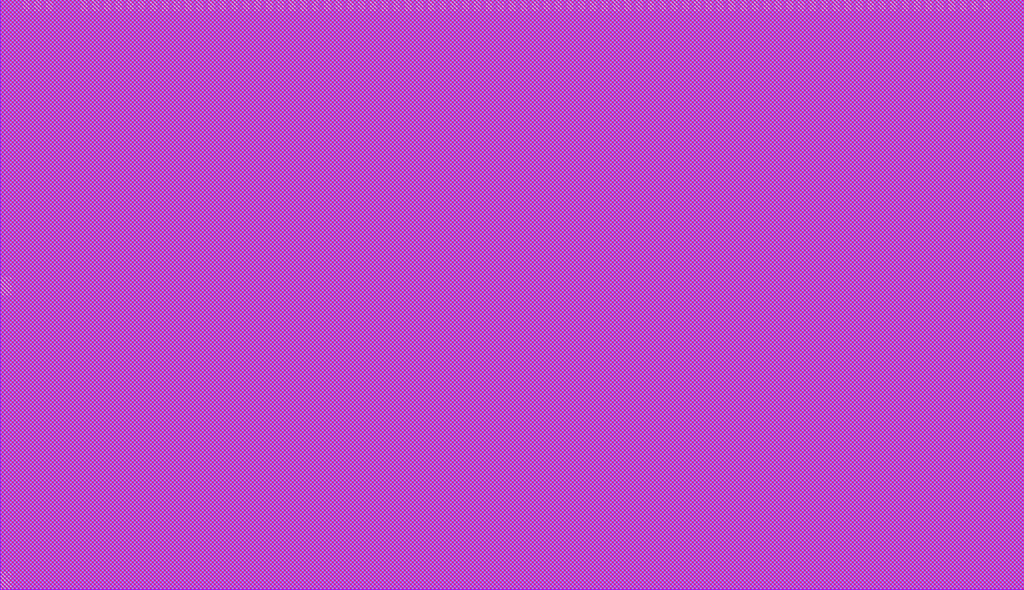
<source format=lef>
##
## LEF for PtnCells ;
## created by Innovus v20.11-s130_1 on Wed Dec 15 22:19:56 2021
##

VERSION 5.8 ;

BUSBITCHARS "[]" ;
DIVIDERCHAR "/" ;

MACRO BATCHARGERctr
  CLASS BLOCK ;
  SIZE 70.800000 BY 40.800000 ;
  FOREIGN BATCHARGERctr 0.000000 0.000000 ;
  ORIGIN 0 0 ;
  SYMMETRY X Y R90 ;
  PIN cc
    DIRECTION OUTPUT ;
    USE SIGNAL ;
    PORT
      LAYER metal1 ;
        RECT 1.720000 40.160000 1.880000 40.800000 ;
    END
  END cc
  PIN tc
    DIRECTION OUTPUT ;
    USE SIGNAL ;
    PORT
      LAYER metal1 ;
        RECT 27.320000 40.160000 27.480000 40.800000 ;
    END
  END tc
  PIN cv
    DIRECTION OUTPUT ;
    USE SIGNAL ;
    PORT
      LAYER metal1 ;
        RECT 3.320000 40.160000 3.480000 40.800000 ;
    END
  END cv
  PIN imonen
    DIRECTION OUTPUT ;
    USE SIGNAL ;
    PORT
      LAYER metal1 ;
        RECT 19.320000 40.160000 19.480000 40.800000 ;
    END
  END imonen
  PIN vmonen
    DIRECTION OUTPUT ;
    USE SIGNAL ;
    PORT
      LAYER metal1 ;
        RECT 60.920000 40.160000 61.080000 40.800000 ;
    END
  END vmonen
  PIN tmonen
    DIRECTION OUTPUT ;
    USE SIGNAL ;
    PORT
      LAYER metal1 ;
        RECT 47.320000 40.160000 47.480000 40.800000 ;
    END
  END tmonen
  PIN vtok
    DIRECTION INPUT ;
    USE SIGNAL ;
    PORT
      LAYER metal1 ;
        RECT 68.120000 40.160000 68.280000 40.800000 ;
    END
  END vtok
  PIN vbat[7]
    DIRECTION INPUT ;
    USE SIGNAL ;
    PORT
      LAYER metal1 ;
        RECT 53.720000 40.160000 53.880000 40.800000 ;
    END
  END vbat[7]
  PIN vbat[6]
    DIRECTION INPUT ;
    USE SIGNAL ;
    PORT
      LAYER metal1 ;
        RECT 52.920000 40.160000 53.080000 40.800000 ;
    END
  END vbat[6]
  PIN vbat[5]
    DIRECTION INPUT ;
    USE SIGNAL ;
    PORT
      LAYER metal1 ;
        RECT 52.120000 40.160000 52.280000 40.800000 ;
    END
  END vbat[5]
  PIN vbat[4]
    DIRECTION INPUT ;
    USE SIGNAL ;
    PORT
      LAYER metal1 ;
        RECT 51.320000 40.160000 51.480000 40.800000 ;
    END
  END vbat[4]
  PIN vbat[3]
    DIRECTION INPUT ;
    USE SIGNAL ;
    PORT
      LAYER metal1 ;
        RECT 50.520000 40.160000 50.680000 40.800000 ;
    END
  END vbat[3]
  PIN vbat[2]
    DIRECTION INPUT ;
    USE SIGNAL ;
    PORT
      LAYER metal1 ;
        RECT 49.720000 40.160000 49.880000 40.800000 ;
    END
  END vbat[2]
  PIN vbat[1]
    DIRECTION INPUT ;
    USE SIGNAL ;
    PORT
      LAYER metal1 ;
        RECT 48.920000 40.160000 49.080000 40.800000 ;
    END
  END vbat[1]
  PIN vbat[0]
    DIRECTION INPUT ;
    USE SIGNAL ;
    PORT
      LAYER metal1 ;
        RECT 48.120000 40.160000 48.280000 40.800000 ;
    END
  END vbat[0]
  PIN ibat[7]
    DIRECTION INPUT ;
    USE SIGNAL ;
    PORT
      LAYER metal1 ;
        RECT 12.120000 40.160000 12.280000 40.800000 ;
    END
  END ibat[7]
  PIN ibat[6]
    DIRECTION INPUT ;
    USE SIGNAL ;
    PORT
      LAYER metal1 ;
        RECT 11.320000 40.160000 11.480000 40.800000 ;
    END
  END ibat[6]
  PIN ibat[5]
    DIRECTION INPUT ;
    USE SIGNAL ;
    PORT
      LAYER metal1 ;
        RECT 10.520000 40.160000 10.680000 40.800000 ;
    END
  END ibat[5]
  PIN ibat[4]
    DIRECTION INPUT ;
    USE SIGNAL ;
    PORT
      LAYER metal1 ;
        RECT 9.720000 40.160000 9.880000 40.800000 ;
    END
  END ibat[4]
  PIN ibat[3]
    DIRECTION INPUT ;
    USE SIGNAL ;
    PORT
      LAYER metal1 ;
        RECT 8.920000 40.160000 9.080000 40.800000 ;
    END
  END ibat[3]
  PIN ibat[2]
    DIRECTION INPUT ;
    USE SIGNAL ;
    PORT
      LAYER metal1 ;
        RECT 8.120000 40.160000 8.280000 40.800000 ;
    END
  END ibat[2]
  PIN ibat[1]
    DIRECTION INPUT ;
    USE SIGNAL ;
    PORT
      LAYER metal1 ;
        RECT 7.320000 40.160000 7.480000 40.800000 ;
    END
  END ibat[1]
  PIN ibat[0]
    DIRECTION INPUT ;
    USE SIGNAL ;
    PORT
      LAYER metal1 ;
        RECT 6.520000 40.160000 6.680000 40.800000 ;
    END
  END ibat[0]
  PIN tbat[7]
    DIRECTION INPUT ;
    USE SIGNAL ;
    PORT
      LAYER metal1 ;
        RECT 26.520000 40.160000 26.680000 40.800000 ;
    END
  END tbat[7]
  PIN tbat[6]
    DIRECTION INPUT ;
    USE SIGNAL ;
    PORT
      LAYER metal1 ;
        RECT 25.720000 40.160000 25.880000 40.800000 ;
    END
  END tbat[6]
  PIN tbat[5]
    DIRECTION INPUT ;
    USE SIGNAL ;
    PORT
      LAYER metal1 ;
        RECT 24.920000 40.160000 25.080000 40.800000 ;
    END
  END tbat[5]
  PIN tbat[4]
    DIRECTION INPUT ;
    USE SIGNAL ;
    PORT
      LAYER metal1 ;
        RECT 24.120000 40.160000 24.280000 40.800000 ;
    END
  END tbat[4]
  PIN tbat[3]
    DIRECTION INPUT ;
    USE SIGNAL ;
    PORT
      LAYER metal1 ;
        RECT 23.320000 40.160000 23.480000 40.800000 ;
    END
  END tbat[3]
  PIN tbat[2]
    DIRECTION INPUT ;
    USE SIGNAL ;
    PORT
      LAYER metal1 ;
        RECT 22.520000 40.160000 22.680000 40.800000 ;
    END
  END tbat[2]
  PIN tbat[1]
    DIRECTION INPUT ;
    USE SIGNAL ;
    PORT
      LAYER metal1 ;
        RECT 21.720000 40.160000 21.880000 40.800000 ;
    END
  END tbat[1]
  PIN tbat[0]
    DIRECTION INPUT ;
    USE SIGNAL ;
    PORT
      LAYER metal1 ;
        RECT 20.920000 40.160000 21.080000 40.800000 ;
    END
  END tbat[0]
  PIN vcutoff[7]
    DIRECTION INPUT ;
    USE SIGNAL ;
    PORT
      LAYER metal1 ;
        RECT 60.120000 40.160000 60.280000 40.800000 ;
    END
  END vcutoff[7]
  PIN vcutoff[6]
    DIRECTION INPUT ;
    USE SIGNAL ;
    PORT
      LAYER metal1 ;
        RECT 59.320000 40.160000 59.480000 40.800000 ;
    END
  END vcutoff[6]
  PIN vcutoff[5]
    DIRECTION INPUT ;
    USE SIGNAL ;
    PORT
      LAYER metal1 ;
        RECT 58.520000 40.160000 58.680000 40.800000 ;
    END
  END vcutoff[5]
  PIN vcutoff[4]
    DIRECTION INPUT ;
    USE SIGNAL ;
    PORT
      LAYER metal1 ;
        RECT 57.720000 40.160000 57.880000 40.800000 ;
    END
  END vcutoff[4]
  PIN vcutoff[3]
    DIRECTION INPUT ;
    USE SIGNAL ;
    PORT
      LAYER metal1 ;
        RECT 56.920000 40.160000 57.080000 40.800000 ;
    END
  END vcutoff[3]
  PIN vcutoff[2]
    DIRECTION INPUT ;
    USE SIGNAL ;
    PORT
      LAYER metal1 ;
        RECT 56.120000 40.160000 56.280000 40.800000 ;
    END
  END vcutoff[2]
  PIN vcutoff[1]
    DIRECTION INPUT ;
    USE SIGNAL ;
    PORT
      LAYER metal1 ;
        RECT 55.320000 40.160000 55.480000 40.800000 ;
    END
  END vcutoff[1]
  PIN vcutoff[0]
    DIRECTION INPUT ;
    USE SIGNAL ;
    PORT
      LAYER metal1 ;
        RECT 54.520000 40.160000 54.680000 40.800000 ;
    END
  END vcutoff[0]
  PIN vpreset[7]
    DIRECTION INPUT ;
    USE SIGNAL ;
    PORT
      LAYER metal1 ;
        RECT 67.320000 40.160000 67.480000 40.800000 ;
    END
  END vpreset[7]
  PIN vpreset[6]
    DIRECTION INPUT ;
    USE SIGNAL ;
    PORT
      LAYER metal1 ;
        RECT 66.520000 40.160000 66.680000 40.800000 ;
    END
  END vpreset[6]
  PIN vpreset[5]
    DIRECTION INPUT ;
    USE SIGNAL ;
    PORT
      LAYER metal1 ;
        RECT 65.720000 40.160000 65.880000 40.800000 ;
    END
  END vpreset[5]
  PIN vpreset[4]
    DIRECTION INPUT ;
    USE SIGNAL ;
    PORT
      LAYER metal1 ;
        RECT 64.920000 40.160000 65.080000 40.800000 ;
    END
  END vpreset[4]
  PIN vpreset[3]
    DIRECTION INPUT ;
    USE SIGNAL ;
    PORT
      LAYER metal1 ;
        RECT 64.120000 40.160000 64.280000 40.800000 ;
    END
  END vpreset[3]
  PIN vpreset[2]
    DIRECTION INPUT ;
    USE SIGNAL ;
    PORT
      LAYER metal1 ;
        RECT 63.320000 40.160000 63.480000 40.800000 ;
    END
  END vpreset[2]
  PIN vpreset[1]
    DIRECTION INPUT ;
    USE SIGNAL ;
    PORT
      LAYER metal1 ;
        RECT 62.520000 40.160000 62.680000 40.800000 ;
    END
  END vpreset[1]
  PIN vpreset[0]
    DIRECTION INPUT ;
    USE SIGNAL ;
    PORT
      LAYER metal1 ;
        RECT 61.720000 40.160000 61.880000 40.800000 ;
    END
  END vpreset[0]
  PIN tempmin[7]
    DIRECTION INPUT ;
    USE SIGNAL ;
    PORT
      LAYER metal1 ;
        RECT 40.120000 40.160000 40.280000 40.800000 ;
    END
  END tempmin[7]
  PIN tempmin[6]
    DIRECTION INPUT ;
    USE SIGNAL ;
    PORT
      LAYER metal1 ;
        RECT 39.320000 40.160000 39.480000 40.800000 ;
    END
  END tempmin[6]
  PIN tempmin[5]
    DIRECTION INPUT ;
    USE SIGNAL ;
    PORT
      LAYER metal1 ;
        RECT 38.520000 40.160000 38.680000 40.800000 ;
    END
  END tempmin[5]
  PIN tempmin[4]
    DIRECTION INPUT ;
    USE SIGNAL ;
    PORT
      LAYER metal1 ;
        RECT 37.720000 40.160000 37.880000 40.800000 ;
    END
  END tempmin[4]
  PIN tempmin[3]
    DIRECTION INPUT ;
    USE SIGNAL ;
    PORT
      LAYER metal1 ;
        RECT 36.920000 40.160000 37.080000 40.800000 ;
    END
  END tempmin[3]
  PIN tempmin[2]
    DIRECTION INPUT ;
    USE SIGNAL ;
    PORT
      LAYER metal1 ;
        RECT 36.120000 40.160000 36.280000 40.800000 ;
    END
  END tempmin[2]
  PIN tempmin[1]
    DIRECTION INPUT ;
    USE SIGNAL ;
    PORT
      LAYER metal1 ;
        RECT 35.320000 40.160000 35.480000 40.800000 ;
    END
  END tempmin[1]
  PIN tempmin[0]
    DIRECTION INPUT ;
    USE SIGNAL ;
    PORT
      LAYER metal1 ;
        RECT 34.520000 40.160000 34.680000 40.800000 ;
    END
  END tempmin[0]
  PIN tempmax[7]
    DIRECTION INPUT ;
    USE SIGNAL ;
    PORT
      LAYER metal1 ;
        RECT 33.720000 40.160000 33.880000 40.800000 ;
    END
  END tempmax[7]
  PIN tempmax[6]
    DIRECTION INPUT ;
    USE SIGNAL ;
    PORT
      LAYER metal1 ;
        RECT 32.920000 40.160000 33.080000 40.800000 ;
    END
  END tempmax[6]
  PIN tempmax[5]
    DIRECTION INPUT ;
    USE SIGNAL ;
    PORT
      LAYER metal1 ;
        RECT 32.120000 40.160000 32.280000 40.800000 ;
    END
  END tempmax[5]
  PIN tempmax[4]
    DIRECTION INPUT ;
    USE SIGNAL ;
    PORT
      LAYER metal1 ;
        RECT 31.320000 40.160000 31.480000 40.800000 ;
    END
  END tempmax[4]
  PIN tempmax[3]
    DIRECTION INPUT ;
    USE SIGNAL ;
    PORT
      LAYER metal1 ;
        RECT 30.520000 40.160000 30.680000 40.800000 ;
    END
  END tempmax[3]
  PIN tempmax[2]
    DIRECTION INPUT ;
    USE SIGNAL ;
    PORT
      LAYER metal1 ;
        RECT 29.720000 40.160000 29.880000 40.800000 ;
    END
  END tempmax[2]
  PIN tempmax[1]
    DIRECTION INPUT ;
    USE SIGNAL ;
    PORT
      LAYER metal1 ;
        RECT 28.920000 40.160000 29.080000 40.800000 ;
    END
  END tempmax[1]
  PIN tempmax[0]
    DIRECTION INPUT ;
    USE SIGNAL ;
    PORT
      LAYER metal1 ;
        RECT 28.120000 40.160000 28.280000 40.800000 ;
    END
  END tempmax[0]
  PIN tmax[7]
    DIRECTION INPUT ;
    USE SIGNAL ;
    PORT
      LAYER metal1 ;
        RECT 46.520000 40.160000 46.680000 40.800000 ;
    END
  END tmax[7]
  PIN tmax[6]
    DIRECTION INPUT ;
    USE SIGNAL ;
    PORT
      LAYER metal1 ;
        RECT 45.720000 40.160000 45.880000 40.800000 ;
    END
  END tmax[6]
  PIN tmax[5]
    DIRECTION INPUT ;
    USE SIGNAL ;
    PORT
      LAYER metal1 ;
        RECT 44.920000 40.160000 45.080000 40.800000 ;
    END
  END tmax[5]
  PIN tmax[4]
    DIRECTION INPUT ;
    USE SIGNAL ;
    PORT
      LAYER metal1 ;
        RECT 44.120000 40.160000 44.280000 40.800000 ;
    END
  END tmax[4]
  PIN tmax[3]
    DIRECTION INPUT ;
    USE SIGNAL ;
    PORT
      LAYER metal1 ;
        RECT 43.320000 40.160000 43.480000 40.800000 ;
    END
  END tmax[3]
  PIN tmax[2]
    DIRECTION INPUT ;
    USE SIGNAL ;
    PORT
      LAYER metal1 ;
        RECT 42.520000 40.160000 42.680000 40.800000 ;
    END
  END tmax[2]
  PIN tmax[1]
    DIRECTION INPUT ;
    USE SIGNAL ;
    PORT
      LAYER metal1 ;
        RECT 41.720000 40.160000 41.880000 40.800000 ;
    END
  END tmax[1]
  PIN tmax[0]
    DIRECTION INPUT ;
    USE SIGNAL ;
    PORT
      LAYER metal1 ;
        RECT 40.920000 40.160000 41.080000 40.800000 ;
    END
  END tmax[0]
  PIN iend[7]
    DIRECTION INPUT ;
    USE SIGNAL ;
    PORT
      LAYER metal1 ;
        RECT 18.520000 40.160000 18.680000 40.800000 ;
    END
  END iend[7]
  PIN iend[6]
    DIRECTION INPUT ;
    USE SIGNAL ;
    PORT
      LAYER metal1 ;
        RECT 17.720000 40.160000 17.880000 40.800000 ;
    END
  END iend[6]
  PIN iend[5]
    DIRECTION INPUT ;
    USE SIGNAL ;
    PORT
      LAYER metal1 ;
        RECT 16.920000 40.160000 17.080000 40.800000 ;
    END
  END iend[5]
  PIN iend[4]
    DIRECTION INPUT ;
    USE SIGNAL ;
    PORT
      LAYER metal1 ;
        RECT 16.120000 40.160000 16.280000 40.800000 ;
    END
  END iend[4]
  PIN iend[3]
    DIRECTION INPUT ;
    USE SIGNAL ;
    PORT
      LAYER metal1 ;
        RECT 15.320000 40.160000 15.480000 40.800000 ;
    END
  END iend[3]
  PIN iend[2]
    DIRECTION INPUT ;
    USE SIGNAL ;
    PORT
      LAYER metal1 ;
        RECT 14.520000 40.160000 14.680000 40.800000 ;
    END
  END iend[2]
  PIN iend[1]
    DIRECTION INPUT ;
    USE SIGNAL ;
    PORT
      LAYER metal1 ;
        RECT 13.720000 40.160000 13.880000 40.800000 ;
    END
  END iend[1]
  PIN iend[0]
    DIRECTION INPUT ;
    USE SIGNAL ;
    PORT
      LAYER metal1 ;
        RECT 12.920000 40.160000 13.080000 40.800000 ;
    END
  END iend[0]
  PIN clk
    DIRECTION INPUT ;
    USE SIGNAL ;
    PORT
      LAYER metal1 ;
        RECT 2.520000 40.160000 2.680000 40.800000 ;
    END
  END clk
  PIN en
    DIRECTION INPUT ;
    USE SIGNAL ;
    PORT
      LAYER metal1 ;
        RECT 5.720000 40.160000 5.880000 40.800000 ;
    END
  END en
  PIN rstz
    DIRECTION INPUT ;
    USE SIGNAL ;
    PORT
      LAYER metal1 ;
        RECT 20.120000 40.160000 20.280000 40.800000 ;
    END
  END rstz
  PIN dvdd
    DIRECTION INOUT ;
    USE SIGNAL ;
    PORT
      LAYER metal1 ;
        RECT 0.000000 20.500000 0.640000 21.500000 ;
    END
  END dvdd
  PIN dgnd
    DIRECTION INOUT ;
    USE SIGNAL ;
    PORT
      LAYER metal1 ;
        RECT 0.000000 0.100000 0.640000 1.100000 ;
    END
  END dgnd
  OBS
    LAYER metal1 ;
      RECT 68.440000 40.000000 70.800000 40.800000 ;
      RECT 67.640000 40.000000 67.960000 40.800000 ;
      RECT 66.840000 40.000000 67.160000 40.800000 ;
      RECT 66.040000 40.000000 66.360000 40.800000 ;
      RECT 65.240000 40.000000 65.560000 40.800000 ;
      RECT 64.440000 40.000000 64.760000 40.800000 ;
      RECT 63.640000 40.000000 63.960000 40.800000 ;
      RECT 62.840000 40.000000 63.160000 40.800000 ;
      RECT 62.040000 40.000000 62.360000 40.800000 ;
      RECT 61.240000 40.000000 61.560000 40.800000 ;
      RECT 60.440000 40.000000 60.760000 40.800000 ;
      RECT 59.640000 40.000000 59.960000 40.800000 ;
      RECT 58.840000 40.000000 59.160000 40.800000 ;
      RECT 58.040000 40.000000 58.360000 40.800000 ;
      RECT 57.240000 40.000000 57.560000 40.800000 ;
      RECT 56.440000 40.000000 56.760000 40.800000 ;
      RECT 55.640000 40.000000 55.960000 40.800000 ;
      RECT 54.840000 40.000000 55.160000 40.800000 ;
      RECT 54.040000 40.000000 54.360000 40.800000 ;
      RECT 53.240000 40.000000 53.560000 40.800000 ;
      RECT 52.440000 40.000000 52.760000 40.800000 ;
      RECT 51.640000 40.000000 51.960000 40.800000 ;
      RECT 50.840000 40.000000 51.160000 40.800000 ;
      RECT 50.040000 40.000000 50.360000 40.800000 ;
      RECT 49.240000 40.000000 49.560000 40.800000 ;
      RECT 48.440000 40.000000 48.760000 40.800000 ;
      RECT 47.640000 40.000000 47.960000 40.800000 ;
      RECT 46.840000 40.000000 47.160000 40.800000 ;
      RECT 46.040000 40.000000 46.360000 40.800000 ;
      RECT 45.240000 40.000000 45.560000 40.800000 ;
      RECT 44.440000 40.000000 44.760000 40.800000 ;
      RECT 43.640000 40.000000 43.960000 40.800000 ;
      RECT 42.840000 40.000000 43.160000 40.800000 ;
      RECT 42.040000 40.000000 42.360000 40.800000 ;
      RECT 41.240000 40.000000 41.560000 40.800000 ;
      RECT 40.440000 40.000000 40.760000 40.800000 ;
      RECT 39.640000 40.000000 39.960000 40.800000 ;
      RECT 38.840000 40.000000 39.160000 40.800000 ;
      RECT 38.040000 40.000000 38.360000 40.800000 ;
      RECT 37.240000 40.000000 37.560000 40.800000 ;
      RECT 36.440000 40.000000 36.760000 40.800000 ;
      RECT 35.640000 40.000000 35.960000 40.800000 ;
      RECT 34.840000 40.000000 35.160000 40.800000 ;
      RECT 34.040000 40.000000 34.360000 40.800000 ;
      RECT 33.240000 40.000000 33.560000 40.800000 ;
      RECT 32.440000 40.000000 32.760000 40.800000 ;
      RECT 31.640000 40.000000 31.960000 40.800000 ;
      RECT 30.840000 40.000000 31.160000 40.800000 ;
      RECT 30.040000 40.000000 30.360000 40.800000 ;
      RECT 29.240000 40.000000 29.560000 40.800000 ;
      RECT 28.440000 40.000000 28.760000 40.800000 ;
      RECT 27.640000 40.000000 27.960000 40.800000 ;
      RECT 26.840000 40.000000 27.160000 40.800000 ;
      RECT 26.040000 40.000000 26.360000 40.800000 ;
      RECT 25.240000 40.000000 25.560000 40.800000 ;
      RECT 24.440000 40.000000 24.760000 40.800000 ;
      RECT 23.640000 40.000000 23.960000 40.800000 ;
      RECT 22.840000 40.000000 23.160000 40.800000 ;
      RECT 22.040000 40.000000 22.360000 40.800000 ;
      RECT 21.240000 40.000000 21.560000 40.800000 ;
      RECT 20.440000 40.000000 20.760000 40.800000 ;
      RECT 19.640000 40.000000 19.960000 40.800000 ;
      RECT 18.840000 40.000000 19.160000 40.800000 ;
      RECT 18.040000 40.000000 18.360000 40.800000 ;
      RECT 17.240000 40.000000 17.560000 40.800000 ;
      RECT 16.440000 40.000000 16.760000 40.800000 ;
      RECT 15.640000 40.000000 15.960000 40.800000 ;
      RECT 14.840000 40.000000 15.160000 40.800000 ;
      RECT 14.040000 40.000000 14.360000 40.800000 ;
      RECT 13.240000 40.000000 13.560000 40.800000 ;
      RECT 12.440000 40.000000 12.760000 40.800000 ;
      RECT 11.640000 40.000000 11.960000 40.800000 ;
      RECT 10.840000 40.000000 11.160000 40.800000 ;
      RECT 10.040000 40.000000 10.360000 40.800000 ;
      RECT 9.240000 40.000000 9.560000 40.800000 ;
      RECT 8.440000 40.000000 8.760000 40.800000 ;
      RECT 7.640000 40.000000 7.960000 40.800000 ;
      RECT 6.840000 40.000000 7.160000 40.800000 ;
      RECT 6.040000 40.000000 6.360000 40.800000 ;
      RECT 3.640000 40.000000 5.560000 40.800000 ;
      RECT 2.840000 40.000000 3.160000 40.800000 ;
      RECT 2.040000 40.000000 2.360000 40.800000 ;
      RECT 0.000000 40.000000 1.560000 40.800000 ;
      RECT 0.000000 21.660000 70.800000 40.000000 ;
      RECT 0.800000 20.340000 70.800000 21.660000 ;
      RECT 0.000000 1.260000 70.800000 20.340000 ;
      RECT 0.800000 0.000000 70.800000 1.260000 ;
    LAYER metal2 ;
      RECT 0.000000 0.000000 70.800000 40.800000 ;
    LAYER metal3 ;
      RECT 0.000000 0.000000 70.800000 40.800000 ;
    LAYER metal4 ;
      RECT 0.000000 0.000000 70.800000 40.800000 ;
    LAYER metal5 ;
      RECT 0.000000 0.000000 70.800000 40.800000 ;
    LAYER metal6 ;
      RECT 0.000000 0.000000 70.800000 40.800000 ;
    LAYER metal7 ;
      RECT 0.000000 0.000000 70.800000 40.800000 ;
    LAYER metal8 ;
      RECT 0.000000 0.000000 70.800000 40.800000 ;
  END
END BATCHARGERctr

END LIBRARY

</source>
